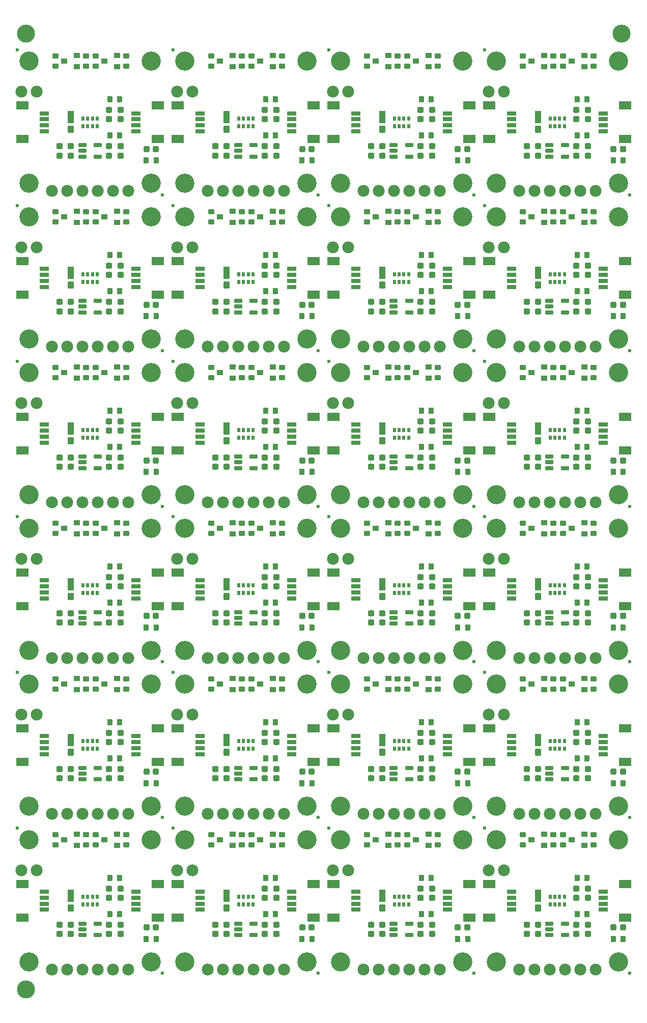
<source format=gts>
%TF.GenerationSoftware,KiCad,Pcbnew,9.0.0*%
%TF.CreationDate,2025-05-07T13:20:37-06:00*%
%TF.ProjectId,SparkFun_AS7343_Qwiic_panelized,53706172-6b46-4756-9e5f-415337333433,v10*%
%TF.SameCoordinates,Original*%
%TF.FileFunction,Soldermask,Top*%
%TF.FilePolarity,Negative*%
%FSLAX46Y46*%
G04 Gerber Fmt 4.6, Leading zero omitted, Abs format (unit mm)*
G04 Created by KiCad (PCBNEW 9.0.0) date 2025-05-07 13:20:37*
%MOMM*%
%LPD*%
G01*
G04 APERTURE LIST*
G04 Aperture macros list*
%AMRoundRect*
0 Rectangle with rounded corners*
0 $1 Rounding radius*
0 $2 $3 $4 $5 $6 $7 $8 $9 X,Y pos of 4 corners*
0 Add a 4 corners polygon primitive as box body*
4,1,4,$2,$3,$4,$5,$6,$7,$8,$9,$2,$3,0*
0 Add four circle primitives for the rounded corners*
1,1,$1+$1,$2,$3*
1,1,$1+$1,$4,$5*
1,1,$1+$1,$6,$7*
1,1,$1+$1,$8,$9*
0 Add four rect primitives between the rounded corners*
20,1,$1+$1,$2,$3,$4,$5,0*
20,1,$1+$1,$4,$5,$6,$7,0*
20,1,$1+$1,$6,$7,$8,$9,0*
20,1,$1+$1,$8,$9,$2,$3,0*%
%AMFreePoly0*
4,1,14,0.322855,0.279355,0.337500,0.244000,0.337500,-0.067100,0.322855,-0.102455,0.145955,-0.279355,0.110600,-0.294000,-0.287500,-0.294000,-0.322855,-0.279355,-0.337500,-0.244000,-0.337500,0.244000,-0.322855,0.279355,-0.287500,0.294000,0.287500,0.294000,0.322855,0.279355,0.322855,0.279355,$1*%
G04 Aperture macros list end*
%ADD10C,3.000000*%
%ADD11C,3.200000*%
%ADD12RoundRect,0.050000X0.450000X-0.400000X0.450000X0.400000X-0.450000X0.400000X-0.450000X-0.400000X0*%
%ADD13RoundRect,0.225000X0.300000X-0.225000X0.300000X0.225000X-0.300000X0.225000X-0.300000X-0.225000X0*%
%ADD14RoundRect,0.250000X-0.275000X0.250000X-0.275000X-0.250000X0.275000X-0.250000X0.275000X0.250000X0*%
%ADD15C,1.979600*%
%ADD16RoundRect,0.225000X-0.225000X-0.300000X0.225000X-0.300000X0.225000X0.300000X-0.225000X0.300000X0*%
%ADD17RoundRect,0.225000X-0.300000X0.225000X-0.300000X-0.225000X0.300000X-0.225000X0.300000X0.225000X0*%
%ADD18RoundRect,0.050000X-0.675000X0.300000X-0.675000X-0.300000X0.675000X-0.300000X0.675000X0.300000X0*%
%ADD19RoundRect,0.050000X-1.000000X0.600000X-1.000000X-0.600000X1.000000X-0.600000X1.000000X0.600000X0*%
%ADD20FreePoly0,270.000000*%
%ADD21RoundRect,0.050000X-0.244000X0.287500X-0.244000X-0.287500X0.244000X-0.287500X0.244000X0.287500X0*%
%ADD22C,0.600000*%
%ADD23RoundRect,0.050000X0.675000X-0.300000X0.675000X0.300000X-0.675000X0.300000X-0.675000X-0.300000X0*%
%ADD24RoundRect,0.050000X1.000000X-0.600000X1.000000X0.600000X-1.000000X0.600000X-1.000000X-0.600000X0*%
%ADD25RoundRect,0.050000X-0.600000X0.275000X-0.600000X-0.275000X0.600000X-0.275000X0.600000X0.275000X0*%
%ADD26RoundRect,0.243750X0.243750X0.281250X-0.243750X0.281250X-0.243750X-0.281250X0.243750X-0.281250X0*%
%ADD27RoundRect,0.101600X0.400000X0.950000X-0.400000X0.950000X-0.400000X-0.950000X0.400000X-0.950000X0*%
%ADD28RoundRect,0.101600X0.400000X0.500000X-0.400000X0.500000X-0.400000X-0.500000X0.400000X-0.500000X0*%
%ADD29RoundRect,0.225000X0.225000X0.300000X-0.225000X0.300000X-0.225000X-0.300000X0.225000X-0.300000X0*%
%ADD30RoundRect,0.250000X0.275000X-0.250000X0.275000X0.250000X-0.275000X0.250000X-0.275000X-0.250000X0*%
G04 APERTURE END LIST*
D10*
%TO.C,*%
X101100000Y156987500D03*
%TD*%
%TO.C,*%
X2000000Y156987500D03*
%TD*%
%TO.C,*%
X2000000Y-2087500D03*
%TD*%
D11*
%TO.C,ST4*%
X80240000Y132040000D03*
%TD*%
%TO.C,ST4*%
X80240000Y106140000D03*
%TD*%
%TO.C,ST4*%
X80240000Y80240000D03*
%TD*%
%TO.C,ST4*%
X80240000Y54340000D03*
%TD*%
%TO.C,ST4*%
X80240000Y28440000D03*
%TD*%
%TO.C,ST4*%
X80240000Y2540000D03*
%TD*%
%TO.C,ST4*%
X54340000Y132040000D03*
%TD*%
%TO.C,ST4*%
X54340000Y106140000D03*
%TD*%
%TO.C,ST4*%
X54340000Y80240000D03*
%TD*%
%TO.C,ST4*%
X54340000Y54340000D03*
%TD*%
%TO.C,ST4*%
X54340000Y28440000D03*
%TD*%
%TO.C,ST4*%
X54340000Y2540000D03*
%TD*%
%TO.C,ST4*%
X28440000Y132040000D03*
%TD*%
%TO.C,ST4*%
X28440000Y106140000D03*
%TD*%
%TO.C,ST4*%
X28440000Y80240000D03*
%TD*%
%TO.C,ST4*%
X28440000Y54340000D03*
%TD*%
%TO.C,ST4*%
X28440000Y28440000D03*
%TD*%
%TO.C,ST4*%
X28440000Y2540000D03*
%TD*%
%TO.C,ST4*%
X2540000Y132040000D03*
%TD*%
%TO.C,ST4*%
X2540000Y106140000D03*
%TD*%
%TO.C,ST4*%
X2540000Y80240000D03*
%TD*%
%TO.C,ST4*%
X2540000Y54340000D03*
%TD*%
%TO.C,ST4*%
X2540000Y28440000D03*
%TD*%
D12*
%TO.C,Q2*%
X88225000Y151410000D03*
X88225000Y153310000D03*
X86125000Y152360000D03*
%TD*%
%TO.C,Q2*%
X88225000Y125510000D03*
X88225000Y127410000D03*
X86125000Y126460000D03*
%TD*%
%TO.C,Q2*%
X88225000Y99610000D03*
X88225000Y101510000D03*
X86125000Y100560000D03*
%TD*%
%TO.C,Q2*%
X88225000Y73710000D03*
X88225000Y75610000D03*
X86125000Y74660000D03*
%TD*%
%TO.C,Q2*%
X88225000Y47810000D03*
X88225000Y49710000D03*
X86125000Y48760000D03*
%TD*%
%TO.C,Q2*%
X88225000Y21910000D03*
X88225000Y23810000D03*
X86125000Y22860000D03*
%TD*%
%TO.C,Q2*%
X62325000Y151410000D03*
X62325000Y153310000D03*
X60225000Y152360000D03*
%TD*%
%TO.C,Q2*%
X62325000Y125510000D03*
X62325000Y127410000D03*
X60225000Y126460000D03*
%TD*%
%TO.C,Q2*%
X62325000Y99610000D03*
X62325000Y101510000D03*
X60225000Y100560000D03*
%TD*%
%TO.C,Q2*%
X62325000Y73710000D03*
X62325000Y75610000D03*
X60225000Y74660000D03*
%TD*%
%TO.C,Q2*%
X62325000Y47810000D03*
X62325000Y49710000D03*
X60225000Y48760000D03*
%TD*%
%TO.C,Q2*%
X62325000Y21910000D03*
X62325000Y23810000D03*
X60225000Y22860000D03*
%TD*%
%TO.C,Q2*%
X36425000Y151410000D03*
X36425000Y153310000D03*
X34325000Y152360000D03*
%TD*%
%TO.C,Q2*%
X36425000Y125510000D03*
X36425000Y127410000D03*
X34325000Y126460000D03*
%TD*%
%TO.C,Q2*%
X36425000Y99610000D03*
X36425000Y101510000D03*
X34325000Y100560000D03*
%TD*%
%TO.C,Q2*%
X36425000Y73710000D03*
X36425000Y75610000D03*
X34325000Y74660000D03*
%TD*%
%TO.C,Q2*%
X36425000Y47810000D03*
X36425000Y49710000D03*
X34325000Y48760000D03*
%TD*%
%TO.C,Q2*%
X36425000Y21910000D03*
X36425000Y23810000D03*
X34325000Y22860000D03*
%TD*%
%TO.C,Q2*%
X10525000Y151410000D03*
X10525000Y153310000D03*
X8425000Y152360000D03*
%TD*%
%TO.C,Q2*%
X10525000Y125510000D03*
X10525000Y127410000D03*
X8425000Y126460000D03*
%TD*%
%TO.C,Q2*%
X10525000Y99610000D03*
X10525000Y101510000D03*
X8425000Y100560000D03*
%TD*%
%TO.C,Q2*%
X10525000Y73710000D03*
X10525000Y75610000D03*
X8425000Y74660000D03*
%TD*%
%TO.C,Q2*%
X10525000Y47810000D03*
X10525000Y49710000D03*
X8425000Y48760000D03*
%TD*%
D13*
%TO.C,R7*%
X89765000Y151535000D03*
X89765000Y153185000D03*
%TD*%
%TO.C,R7*%
X89765000Y125635000D03*
X89765000Y127285000D03*
%TD*%
%TO.C,R7*%
X89765000Y99735000D03*
X89765000Y101385000D03*
%TD*%
%TO.C,R7*%
X89765000Y73835000D03*
X89765000Y75485000D03*
%TD*%
%TO.C,R7*%
X89765000Y47935000D03*
X89765000Y49585000D03*
%TD*%
%TO.C,R7*%
X89765000Y22035000D03*
X89765000Y23685000D03*
%TD*%
%TO.C,R7*%
X63865000Y151535000D03*
X63865000Y153185000D03*
%TD*%
%TO.C,R7*%
X63865000Y125635000D03*
X63865000Y127285000D03*
%TD*%
%TO.C,R7*%
X63865000Y99735000D03*
X63865000Y101385000D03*
%TD*%
%TO.C,R7*%
X63865000Y73835000D03*
X63865000Y75485000D03*
%TD*%
%TO.C,R7*%
X63865000Y47935000D03*
X63865000Y49585000D03*
%TD*%
%TO.C,R7*%
X63865000Y22035000D03*
X63865000Y23685000D03*
%TD*%
%TO.C,R7*%
X37965000Y151535000D03*
X37965000Y153185000D03*
%TD*%
%TO.C,R7*%
X37965000Y125635000D03*
X37965000Y127285000D03*
%TD*%
%TO.C,R7*%
X37965000Y99735000D03*
X37965000Y101385000D03*
%TD*%
%TO.C,R7*%
X37965000Y73835000D03*
X37965000Y75485000D03*
%TD*%
%TO.C,R7*%
X37965000Y47935000D03*
X37965000Y49585000D03*
%TD*%
%TO.C,R7*%
X37965000Y22035000D03*
X37965000Y23685000D03*
%TD*%
%TO.C,R7*%
X12065000Y151535000D03*
X12065000Y153185000D03*
%TD*%
%TO.C,R7*%
X12065000Y125635000D03*
X12065000Y127285000D03*
%TD*%
%TO.C,R7*%
X12065000Y99735000D03*
X12065000Y101385000D03*
%TD*%
%TO.C,R7*%
X12065000Y73835000D03*
X12065000Y75485000D03*
%TD*%
%TO.C,R7*%
X12065000Y47935000D03*
X12065000Y49585000D03*
%TD*%
D14*
%TO.C,C5*%
X85320000Y138212500D03*
X85320000Y136662500D03*
%TD*%
%TO.C,C5*%
X85320000Y112312500D03*
X85320000Y110762500D03*
%TD*%
%TO.C,C5*%
X85320000Y86412500D03*
X85320000Y84862500D03*
%TD*%
%TO.C,C5*%
X85320000Y60512500D03*
X85320000Y58962500D03*
%TD*%
%TO.C,C5*%
X85320000Y34612500D03*
X85320000Y33062500D03*
%TD*%
%TO.C,C5*%
X85320000Y8712500D03*
X85320000Y7162500D03*
%TD*%
%TO.C,C5*%
X59420000Y138212500D03*
X59420000Y136662500D03*
%TD*%
%TO.C,C5*%
X59420000Y112312500D03*
X59420000Y110762500D03*
%TD*%
%TO.C,C5*%
X59420000Y86412500D03*
X59420000Y84862500D03*
%TD*%
%TO.C,C5*%
X59420000Y60512500D03*
X59420000Y58962500D03*
%TD*%
%TO.C,C5*%
X59420000Y34612500D03*
X59420000Y33062500D03*
%TD*%
%TO.C,C5*%
X59420000Y8712500D03*
X59420000Y7162500D03*
%TD*%
%TO.C,C5*%
X33520000Y138212500D03*
X33520000Y136662500D03*
%TD*%
%TO.C,C5*%
X33520000Y112312500D03*
X33520000Y110762500D03*
%TD*%
%TO.C,C5*%
X33520000Y86412500D03*
X33520000Y84862500D03*
%TD*%
%TO.C,C5*%
X33520000Y60512500D03*
X33520000Y58962500D03*
%TD*%
%TO.C,C5*%
X33520000Y34612500D03*
X33520000Y33062500D03*
%TD*%
%TO.C,C5*%
X33520000Y8712500D03*
X33520000Y7162500D03*
%TD*%
%TO.C,C5*%
X7620000Y138212500D03*
X7620000Y136662500D03*
%TD*%
%TO.C,C5*%
X7620000Y112312500D03*
X7620000Y110762500D03*
%TD*%
%TO.C,C5*%
X7620000Y86412500D03*
X7620000Y84862500D03*
%TD*%
%TO.C,C5*%
X7620000Y60512500D03*
X7620000Y58962500D03*
%TD*%
%TO.C,C5*%
X7620000Y34612500D03*
X7620000Y33062500D03*
%TD*%
D13*
%TO.C,R8*%
X96432500Y151535000D03*
X96432500Y153185000D03*
%TD*%
%TO.C,R8*%
X96432500Y125635000D03*
X96432500Y127285000D03*
%TD*%
%TO.C,R8*%
X96432500Y99735000D03*
X96432500Y101385000D03*
%TD*%
%TO.C,R8*%
X96432500Y73835000D03*
X96432500Y75485000D03*
%TD*%
%TO.C,R8*%
X96432500Y47935000D03*
X96432500Y49585000D03*
%TD*%
%TO.C,R8*%
X96432500Y22035000D03*
X96432500Y23685000D03*
%TD*%
%TO.C,R8*%
X70532500Y151535000D03*
X70532500Y153185000D03*
%TD*%
%TO.C,R8*%
X70532500Y125635000D03*
X70532500Y127285000D03*
%TD*%
%TO.C,R8*%
X70532500Y99735000D03*
X70532500Y101385000D03*
%TD*%
%TO.C,R8*%
X70532500Y73835000D03*
X70532500Y75485000D03*
%TD*%
%TO.C,R8*%
X70532500Y47935000D03*
X70532500Y49585000D03*
%TD*%
%TO.C,R8*%
X70532500Y22035000D03*
X70532500Y23685000D03*
%TD*%
%TO.C,R8*%
X44632500Y151535000D03*
X44632500Y153185000D03*
%TD*%
%TO.C,R8*%
X44632500Y125635000D03*
X44632500Y127285000D03*
%TD*%
%TO.C,R8*%
X44632500Y99735000D03*
X44632500Y101385000D03*
%TD*%
%TO.C,R8*%
X44632500Y73835000D03*
X44632500Y75485000D03*
%TD*%
%TO.C,R8*%
X44632500Y47935000D03*
X44632500Y49585000D03*
%TD*%
%TO.C,R8*%
X44632500Y22035000D03*
X44632500Y23685000D03*
%TD*%
%TO.C,R8*%
X18732500Y151535000D03*
X18732500Y153185000D03*
%TD*%
%TO.C,R8*%
X18732500Y125635000D03*
X18732500Y127285000D03*
%TD*%
%TO.C,R8*%
X18732500Y99735000D03*
X18732500Y101385000D03*
%TD*%
%TO.C,R8*%
X18732500Y73835000D03*
X18732500Y75485000D03*
%TD*%
%TO.C,R8*%
X18732500Y47935000D03*
X18732500Y49585000D03*
%TD*%
D15*
%TO.C,D3*%
X81510000Y147280000D03*
X78970000Y147280000D03*
%TD*%
%TO.C,D3*%
X81510000Y121380000D03*
X78970000Y121380000D03*
%TD*%
%TO.C,D3*%
X81510000Y95480000D03*
X78970000Y95480000D03*
%TD*%
%TO.C,D3*%
X81510000Y69580000D03*
X78970000Y69580000D03*
%TD*%
%TO.C,D3*%
X81510000Y43680000D03*
X78970000Y43680000D03*
%TD*%
%TO.C,D3*%
X81510000Y17780000D03*
X78970000Y17780000D03*
%TD*%
%TO.C,D3*%
X55610000Y147280000D03*
X53070000Y147280000D03*
%TD*%
%TO.C,D3*%
X55610000Y121380000D03*
X53070000Y121380000D03*
%TD*%
%TO.C,D3*%
X55610000Y95480000D03*
X53070000Y95480000D03*
%TD*%
%TO.C,D3*%
X55610000Y69580000D03*
X53070000Y69580000D03*
%TD*%
%TO.C,D3*%
X55610000Y43680000D03*
X53070000Y43680000D03*
%TD*%
%TO.C,D3*%
X55610000Y17780000D03*
X53070000Y17780000D03*
%TD*%
%TO.C,D3*%
X29710000Y147280000D03*
X27170000Y147280000D03*
%TD*%
%TO.C,D3*%
X29710000Y121380000D03*
X27170000Y121380000D03*
%TD*%
%TO.C,D3*%
X29710000Y95480000D03*
X27170000Y95480000D03*
%TD*%
%TO.C,D3*%
X29710000Y69580000D03*
X27170000Y69580000D03*
%TD*%
%TO.C,D3*%
X29710000Y43680000D03*
X27170000Y43680000D03*
%TD*%
%TO.C,D3*%
X29710000Y17780000D03*
X27170000Y17780000D03*
%TD*%
%TO.C,D3*%
X3810000Y147280000D03*
X1270000Y147280000D03*
%TD*%
%TO.C,D3*%
X3810000Y121380000D03*
X1270000Y121380000D03*
%TD*%
%TO.C,D3*%
X3810000Y95480000D03*
X1270000Y95480000D03*
%TD*%
%TO.C,D3*%
X3810000Y69580000D03*
X1270000Y69580000D03*
%TD*%
%TO.C,D3*%
X3810000Y43680000D03*
X1270000Y43680000D03*
%TD*%
D11*
%TO.C,ST1*%
X80240000Y152360000D03*
%TD*%
%TO.C,ST1*%
X80240000Y126460000D03*
%TD*%
%TO.C,ST1*%
X80240000Y100560000D03*
%TD*%
%TO.C,ST1*%
X80240000Y74660000D03*
%TD*%
%TO.C,ST1*%
X80240000Y48760000D03*
%TD*%
%TO.C,ST1*%
X80240000Y22860000D03*
%TD*%
%TO.C,ST1*%
X54340000Y152360000D03*
%TD*%
%TO.C,ST1*%
X54340000Y126460000D03*
%TD*%
%TO.C,ST1*%
X54340000Y100560000D03*
%TD*%
%TO.C,ST1*%
X54340000Y74660000D03*
%TD*%
%TO.C,ST1*%
X54340000Y48760000D03*
%TD*%
%TO.C,ST1*%
X54340000Y22860000D03*
%TD*%
%TO.C,ST1*%
X28440000Y152360000D03*
%TD*%
%TO.C,ST1*%
X28440000Y126460000D03*
%TD*%
%TO.C,ST1*%
X28440000Y100560000D03*
%TD*%
%TO.C,ST1*%
X28440000Y74660000D03*
%TD*%
%TO.C,ST1*%
X28440000Y48760000D03*
%TD*%
%TO.C,ST1*%
X28440000Y22860000D03*
%TD*%
%TO.C,ST1*%
X2540000Y152360000D03*
%TD*%
%TO.C,ST1*%
X2540000Y126460000D03*
%TD*%
%TO.C,ST1*%
X2540000Y100560000D03*
%TD*%
%TO.C,ST1*%
X2540000Y74660000D03*
%TD*%
%TO.C,ST1*%
X2540000Y48760000D03*
%TD*%
D14*
%TO.C,C1*%
X93575000Y138212500D03*
X93575000Y136662500D03*
%TD*%
%TO.C,C1*%
X93575000Y112312500D03*
X93575000Y110762500D03*
%TD*%
%TO.C,C1*%
X93575000Y86412500D03*
X93575000Y84862500D03*
%TD*%
%TO.C,C1*%
X93575000Y60512500D03*
X93575000Y58962500D03*
%TD*%
%TO.C,C1*%
X93575000Y34612500D03*
X93575000Y33062500D03*
%TD*%
%TO.C,C1*%
X93575000Y8712500D03*
X93575000Y7162500D03*
%TD*%
%TO.C,C1*%
X67675000Y138212500D03*
X67675000Y136662500D03*
%TD*%
%TO.C,C1*%
X67675000Y112312500D03*
X67675000Y110762500D03*
%TD*%
%TO.C,C1*%
X67675000Y86412500D03*
X67675000Y84862500D03*
%TD*%
%TO.C,C1*%
X67675000Y60512500D03*
X67675000Y58962500D03*
%TD*%
%TO.C,C1*%
X67675000Y34612500D03*
X67675000Y33062500D03*
%TD*%
%TO.C,C1*%
X67675000Y8712500D03*
X67675000Y7162500D03*
%TD*%
%TO.C,C1*%
X41775000Y138212500D03*
X41775000Y136662500D03*
%TD*%
%TO.C,C1*%
X41775000Y112312500D03*
X41775000Y110762500D03*
%TD*%
%TO.C,C1*%
X41775000Y86412500D03*
X41775000Y84862500D03*
%TD*%
%TO.C,C1*%
X41775000Y60512500D03*
X41775000Y58962500D03*
%TD*%
%TO.C,C1*%
X41775000Y34612500D03*
X41775000Y33062500D03*
%TD*%
%TO.C,C1*%
X41775000Y8712500D03*
X41775000Y7162500D03*
%TD*%
%TO.C,C1*%
X15875000Y138212500D03*
X15875000Y136662500D03*
%TD*%
%TO.C,C1*%
X15875000Y112312500D03*
X15875000Y110762500D03*
%TD*%
%TO.C,C1*%
X15875000Y86412500D03*
X15875000Y84862500D03*
%TD*%
%TO.C,C1*%
X15875000Y60512500D03*
X15875000Y58962500D03*
%TD*%
%TO.C,C1*%
X15875000Y34612500D03*
X15875000Y33062500D03*
%TD*%
D11*
%TO.C,ST2*%
X100560000Y152360000D03*
%TD*%
%TO.C,ST2*%
X100560000Y126460000D03*
%TD*%
%TO.C,ST2*%
X100560000Y100560000D03*
%TD*%
%TO.C,ST2*%
X100560000Y74660000D03*
%TD*%
%TO.C,ST2*%
X100560000Y48760000D03*
%TD*%
%TO.C,ST2*%
X100560000Y22860000D03*
%TD*%
%TO.C,ST2*%
X74660000Y152360000D03*
%TD*%
%TO.C,ST2*%
X74660000Y126460000D03*
%TD*%
%TO.C,ST2*%
X74660000Y100560000D03*
%TD*%
%TO.C,ST2*%
X74660000Y74660000D03*
%TD*%
%TO.C,ST2*%
X74660000Y48760000D03*
%TD*%
%TO.C,ST2*%
X74660000Y22860000D03*
%TD*%
%TO.C,ST2*%
X48760000Y152360000D03*
%TD*%
%TO.C,ST2*%
X48760000Y126460000D03*
%TD*%
%TO.C,ST2*%
X48760000Y100560000D03*
%TD*%
%TO.C,ST2*%
X48760000Y74660000D03*
%TD*%
%TO.C,ST2*%
X48760000Y48760000D03*
%TD*%
%TO.C,ST2*%
X48760000Y22860000D03*
%TD*%
%TO.C,ST2*%
X22860000Y152360000D03*
%TD*%
%TO.C,ST2*%
X22860000Y126460000D03*
%TD*%
%TO.C,ST2*%
X22860000Y100560000D03*
%TD*%
%TO.C,ST2*%
X22860000Y74660000D03*
%TD*%
%TO.C,ST2*%
X22860000Y48760000D03*
%TD*%
D13*
%TO.C,R4*%
X84685000Y151535000D03*
X84685000Y153185000D03*
%TD*%
%TO.C,R4*%
X84685000Y125635000D03*
X84685000Y127285000D03*
%TD*%
%TO.C,R4*%
X84685000Y99735000D03*
X84685000Y101385000D03*
%TD*%
%TO.C,R4*%
X84685000Y73835000D03*
X84685000Y75485000D03*
%TD*%
%TO.C,R4*%
X84685000Y47935000D03*
X84685000Y49585000D03*
%TD*%
%TO.C,R4*%
X84685000Y22035000D03*
X84685000Y23685000D03*
%TD*%
%TO.C,R4*%
X58785000Y151535000D03*
X58785000Y153185000D03*
%TD*%
%TO.C,R4*%
X58785000Y125635000D03*
X58785000Y127285000D03*
%TD*%
%TO.C,R4*%
X58785000Y99735000D03*
X58785000Y101385000D03*
%TD*%
%TO.C,R4*%
X58785000Y73835000D03*
X58785000Y75485000D03*
%TD*%
%TO.C,R4*%
X58785000Y47935000D03*
X58785000Y49585000D03*
%TD*%
%TO.C,R4*%
X58785000Y22035000D03*
X58785000Y23685000D03*
%TD*%
%TO.C,R4*%
X32885000Y151535000D03*
X32885000Y153185000D03*
%TD*%
%TO.C,R4*%
X32885000Y125635000D03*
X32885000Y127285000D03*
%TD*%
%TO.C,R4*%
X32885000Y99735000D03*
X32885000Y101385000D03*
%TD*%
%TO.C,R4*%
X32885000Y73835000D03*
X32885000Y75485000D03*
%TD*%
%TO.C,R4*%
X32885000Y47935000D03*
X32885000Y49585000D03*
%TD*%
%TO.C,R4*%
X32885000Y22035000D03*
X32885000Y23685000D03*
%TD*%
%TO.C,R4*%
X6985000Y151535000D03*
X6985000Y153185000D03*
%TD*%
%TO.C,R4*%
X6985000Y125635000D03*
X6985000Y127285000D03*
%TD*%
%TO.C,R4*%
X6985000Y99735000D03*
X6985000Y101385000D03*
%TD*%
%TO.C,R4*%
X6985000Y73835000D03*
X6985000Y75485000D03*
%TD*%
%TO.C,R4*%
X6985000Y47935000D03*
X6985000Y49585000D03*
%TD*%
D16*
%TO.C,R3*%
X99735000Y135850000D03*
X101385000Y135850000D03*
%TD*%
%TO.C,R3*%
X99735000Y109950000D03*
X101385000Y109950000D03*
%TD*%
%TO.C,R3*%
X99735000Y84050000D03*
X101385000Y84050000D03*
%TD*%
%TO.C,R3*%
X99735000Y58150000D03*
X101385000Y58150000D03*
%TD*%
%TO.C,R3*%
X99735000Y32250000D03*
X101385000Y32250000D03*
%TD*%
%TO.C,R3*%
X99735000Y6350000D03*
X101385000Y6350000D03*
%TD*%
%TO.C,R3*%
X73835000Y135850000D03*
X75485000Y135850000D03*
%TD*%
%TO.C,R3*%
X73835000Y109950000D03*
X75485000Y109950000D03*
%TD*%
%TO.C,R3*%
X73835000Y84050000D03*
X75485000Y84050000D03*
%TD*%
%TO.C,R3*%
X73835000Y58150000D03*
X75485000Y58150000D03*
%TD*%
%TO.C,R3*%
X73835000Y32250000D03*
X75485000Y32250000D03*
%TD*%
%TO.C,R3*%
X73835000Y6350000D03*
X75485000Y6350000D03*
%TD*%
%TO.C,R3*%
X47935000Y135850000D03*
X49585000Y135850000D03*
%TD*%
%TO.C,R3*%
X47935000Y109950000D03*
X49585000Y109950000D03*
%TD*%
%TO.C,R3*%
X47935000Y84050000D03*
X49585000Y84050000D03*
%TD*%
%TO.C,R3*%
X47935000Y58150000D03*
X49585000Y58150000D03*
%TD*%
%TO.C,R3*%
X47935000Y32250000D03*
X49585000Y32250000D03*
%TD*%
%TO.C,R3*%
X47935000Y6350000D03*
X49585000Y6350000D03*
%TD*%
%TO.C,R3*%
X22035000Y135850000D03*
X23685000Y135850000D03*
%TD*%
%TO.C,R3*%
X22035000Y109950000D03*
X23685000Y109950000D03*
%TD*%
%TO.C,R3*%
X22035000Y84050000D03*
X23685000Y84050000D03*
%TD*%
%TO.C,R3*%
X22035000Y58150000D03*
X23685000Y58150000D03*
%TD*%
%TO.C,R3*%
X22035000Y32250000D03*
X23685000Y32250000D03*
%TD*%
D14*
%TO.C,C2*%
X87225000Y138212500D03*
X87225000Y136662500D03*
%TD*%
%TO.C,C2*%
X87225000Y112312500D03*
X87225000Y110762500D03*
%TD*%
%TO.C,C2*%
X87225000Y86412500D03*
X87225000Y84862500D03*
%TD*%
%TO.C,C2*%
X87225000Y60512500D03*
X87225000Y58962500D03*
%TD*%
%TO.C,C2*%
X87225000Y34612500D03*
X87225000Y33062500D03*
%TD*%
%TO.C,C2*%
X87225000Y8712500D03*
X87225000Y7162500D03*
%TD*%
%TO.C,C2*%
X61325000Y138212500D03*
X61325000Y136662500D03*
%TD*%
%TO.C,C2*%
X61325000Y112312500D03*
X61325000Y110762500D03*
%TD*%
%TO.C,C2*%
X61325000Y86412500D03*
X61325000Y84862500D03*
%TD*%
%TO.C,C2*%
X61325000Y60512500D03*
X61325000Y58962500D03*
%TD*%
%TO.C,C2*%
X61325000Y34612500D03*
X61325000Y33062500D03*
%TD*%
%TO.C,C2*%
X61325000Y8712500D03*
X61325000Y7162500D03*
%TD*%
%TO.C,C2*%
X35425000Y138212500D03*
X35425000Y136662500D03*
%TD*%
%TO.C,C2*%
X35425000Y112312500D03*
X35425000Y110762500D03*
%TD*%
%TO.C,C2*%
X35425000Y86412500D03*
X35425000Y84862500D03*
%TD*%
%TO.C,C2*%
X35425000Y60512500D03*
X35425000Y58962500D03*
%TD*%
%TO.C,C2*%
X35425000Y34612500D03*
X35425000Y33062500D03*
%TD*%
%TO.C,C2*%
X35425000Y8712500D03*
X35425000Y7162500D03*
%TD*%
%TO.C,C2*%
X9525000Y138212500D03*
X9525000Y136662500D03*
%TD*%
%TO.C,C2*%
X9525000Y112312500D03*
X9525000Y110762500D03*
%TD*%
%TO.C,C2*%
X9525000Y86412500D03*
X9525000Y84862500D03*
%TD*%
%TO.C,C2*%
X9525000Y60512500D03*
X9525000Y58962500D03*
%TD*%
%TO.C,C2*%
X9525000Y34612500D03*
X9525000Y33062500D03*
%TD*%
D17*
%TO.C,R5*%
X91352500Y153185000D03*
X91352500Y151535000D03*
%TD*%
%TO.C,R5*%
X91352500Y127285000D03*
X91352500Y125635000D03*
%TD*%
%TO.C,R5*%
X91352500Y101385000D03*
X91352500Y99735000D03*
%TD*%
%TO.C,R5*%
X91352500Y75485000D03*
X91352500Y73835000D03*
%TD*%
%TO.C,R5*%
X91352500Y49585000D03*
X91352500Y47935000D03*
%TD*%
%TO.C,R5*%
X91352500Y23685000D03*
X91352500Y22035000D03*
%TD*%
%TO.C,R5*%
X65452500Y153185000D03*
X65452500Y151535000D03*
%TD*%
%TO.C,R5*%
X65452500Y127285000D03*
X65452500Y125635000D03*
%TD*%
%TO.C,R5*%
X65452500Y101385000D03*
X65452500Y99735000D03*
%TD*%
%TO.C,R5*%
X65452500Y75485000D03*
X65452500Y73835000D03*
%TD*%
%TO.C,R5*%
X65452500Y49585000D03*
X65452500Y47935000D03*
%TD*%
%TO.C,R5*%
X65452500Y23685000D03*
X65452500Y22035000D03*
%TD*%
%TO.C,R5*%
X39552500Y153185000D03*
X39552500Y151535000D03*
%TD*%
%TO.C,R5*%
X39552500Y127285000D03*
X39552500Y125635000D03*
%TD*%
%TO.C,R5*%
X39552500Y101385000D03*
X39552500Y99735000D03*
%TD*%
%TO.C,R5*%
X39552500Y75485000D03*
X39552500Y73835000D03*
%TD*%
%TO.C,R5*%
X39552500Y49585000D03*
X39552500Y47935000D03*
%TD*%
%TO.C,R5*%
X39552500Y23685000D03*
X39552500Y22035000D03*
%TD*%
%TO.C,R5*%
X13652500Y153185000D03*
X13652500Y151535000D03*
%TD*%
%TO.C,R5*%
X13652500Y127285000D03*
X13652500Y125635000D03*
%TD*%
%TO.C,R5*%
X13652500Y101385000D03*
X13652500Y99735000D03*
%TD*%
%TO.C,R5*%
X13652500Y75485000D03*
X13652500Y73835000D03*
%TD*%
%TO.C,R5*%
X13652500Y49585000D03*
X13652500Y47935000D03*
%TD*%
D12*
%TO.C,Q1*%
X94892500Y151410000D03*
X94892500Y153310000D03*
X92792500Y152360000D03*
%TD*%
%TO.C,Q1*%
X94892500Y125510000D03*
X94892500Y127410000D03*
X92792500Y126460000D03*
%TD*%
%TO.C,Q1*%
X94892500Y99610000D03*
X94892500Y101510000D03*
X92792500Y100560000D03*
%TD*%
%TO.C,Q1*%
X94892500Y73710000D03*
X94892500Y75610000D03*
X92792500Y74660000D03*
%TD*%
%TO.C,Q1*%
X94892500Y47810000D03*
X94892500Y49710000D03*
X92792500Y48760000D03*
%TD*%
%TO.C,Q1*%
X94892500Y21910000D03*
X94892500Y23810000D03*
X92792500Y22860000D03*
%TD*%
%TO.C,Q1*%
X68992500Y151410000D03*
X68992500Y153310000D03*
X66892500Y152360000D03*
%TD*%
%TO.C,Q1*%
X68992500Y125510000D03*
X68992500Y127410000D03*
X66892500Y126460000D03*
%TD*%
%TO.C,Q1*%
X68992500Y99610000D03*
X68992500Y101510000D03*
X66892500Y100560000D03*
%TD*%
%TO.C,Q1*%
X68992500Y73710000D03*
X68992500Y75610000D03*
X66892500Y74660000D03*
%TD*%
%TO.C,Q1*%
X68992500Y47810000D03*
X68992500Y49710000D03*
X66892500Y48760000D03*
%TD*%
%TO.C,Q1*%
X68992500Y21910000D03*
X68992500Y23810000D03*
X66892500Y22860000D03*
%TD*%
%TO.C,Q1*%
X43092500Y151410000D03*
X43092500Y153310000D03*
X40992500Y152360000D03*
%TD*%
%TO.C,Q1*%
X43092500Y125510000D03*
X43092500Y127410000D03*
X40992500Y126460000D03*
%TD*%
%TO.C,Q1*%
X43092500Y99610000D03*
X43092500Y101510000D03*
X40992500Y100560000D03*
%TD*%
%TO.C,Q1*%
X43092500Y73710000D03*
X43092500Y75610000D03*
X40992500Y74660000D03*
%TD*%
%TO.C,Q1*%
X43092500Y47810000D03*
X43092500Y49710000D03*
X40992500Y48760000D03*
%TD*%
%TO.C,Q1*%
X43092500Y21910000D03*
X43092500Y23810000D03*
X40992500Y22860000D03*
%TD*%
%TO.C,Q1*%
X17192500Y151410000D03*
X17192500Y153310000D03*
X15092500Y152360000D03*
%TD*%
%TO.C,Q1*%
X17192500Y125510000D03*
X17192500Y127410000D03*
X15092500Y126460000D03*
%TD*%
%TO.C,Q1*%
X17192500Y99610000D03*
X17192500Y101510000D03*
X15092500Y100560000D03*
%TD*%
%TO.C,Q1*%
X17192500Y73710000D03*
X17192500Y75610000D03*
X15092500Y74660000D03*
%TD*%
%TO.C,Q1*%
X17192500Y47810000D03*
X17192500Y49710000D03*
X15092500Y48760000D03*
%TD*%
D18*
%TO.C,J2*%
X82780000Y143700000D03*
X82780000Y142700000D03*
X82780000Y141700000D03*
X82780000Y140700000D03*
D19*
X79105000Y139400000D03*
X79105000Y145000000D03*
%TD*%
D18*
%TO.C,J2*%
X82780000Y117800000D03*
X82780000Y116800000D03*
X82780000Y115800000D03*
X82780000Y114800000D03*
D19*
X79105000Y113500000D03*
X79105000Y119100000D03*
%TD*%
D18*
%TO.C,J2*%
X82780000Y91900000D03*
X82780000Y90900000D03*
X82780000Y89900000D03*
X82780000Y88900000D03*
D19*
X79105000Y87600000D03*
X79105000Y93200000D03*
%TD*%
D18*
%TO.C,J2*%
X82780000Y66000000D03*
X82780000Y65000000D03*
X82780000Y64000000D03*
X82780000Y63000000D03*
D19*
X79105000Y61700000D03*
X79105000Y67300000D03*
%TD*%
D18*
%TO.C,J2*%
X82780000Y40100000D03*
X82780000Y39100000D03*
X82780000Y38100000D03*
X82780000Y37100000D03*
D19*
X79105000Y35800000D03*
X79105000Y41400000D03*
%TD*%
D18*
%TO.C,J2*%
X82780000Y14200000D03*
X82780000Y13200000D03*
X82780000Y12200000D03*
X82780000Y11200000D03*
D19*
X79105000Y9900000D03*
X79105000Y15500000D03*
%TD*%
D18*
%TO.C,J2*%
X56880000Y143700000D03*
X56880000Y142700000D03*
X56880000Y141700000D03*
X56880000Y140700000D03*
D19*
X53205000Y139400000D03*
X53205000Y145000000D03*
%TD*%
D18*
%TO.C,J2*%
X56880000Y117800000D03*
X56880000Y116800000D03*
X56880000Y115800000D03*
X56880000Y114800000D03*
D19*
X53205000Y113500000D03*
X53205000Y119100000D03*
%TD*%
D18*
%TO.C,J2*%
X56880000Y91900000D03*
X56880000Y90900000D03*
X56880000Y89900000D03*
X56880000Y88900000D03*
D19*
X53205000Y87600000D03*
X53205000Y93200000D03*
%TD*%
D18*
%TO.C,J2*%
X56880000Y66000000D03*
X56880000Y65000000D03*
X56880000Y64000000D03*
X56880000Y63000000D03*
D19*
X53205000Y61700000D03*
X53205000Y67300000D03*
%TD*%
D18*
%TO.C,J2*%
X56880000Y40100000D03*
X56880000Y39100000D03*
X56880000Y38100000D03*
X56880000Y37100000D03*
D19*
X53205000Y35800000D03*
X53205000Y41400000D03*
%TD*%
D18*
%TO.C,J2*%
X56880000Y14200000D03*
X56880000Y13200000D03*
X56880000Y12200000D03*
X56880000Y11200000D03*
D19*
X53205000Y9900000D03*
X53205000Y15500000D03*
%TD*%
D18*
%TO.C,J2*%
X30980000Y143700000D03*
X30980000Y142700000D03*
X30980000Y141700000D03*
X30980000Y140700000D03*
D19*
X27305000Y139400000D03*
X27305000Y145000000D03*
%TD*%
D18*
%TO.C,J2*%
X30980000Y117800000D03*
X30980000Y116800000D03*
X30980000Y115800000D03*
X30980000Y114800000D03*
D19*
X27305000Y113500000D03*
X27305000Y119100000D03*
%TD*%
D18*
%TO.C,J2*%
X30980000Y91900000D03*
X30980000Y90900000D03*
X30980000Y89900000D03*
X30980000Y88900000D03*
D19*
X27305000Y87600000D03*
X27305000Y93200000D03*
%TD*%
D18*
%TO.C,J2*%
X30980000Y66000000D03*
X30980000Y65000000D03*
X30980000Y64000000D03*
X30980000Y63000000D03*
D19*
X27305000Y61700000D03*
X27305000Y67300000D03*
%TD*%
D18*
%TO.C,J2*%
X30980000Y40100000D03*
X30980000Y39100000D03*
X30980000Y38100000D03*
X30980000Y37100000D03*
D19*
X27305000Y35800000D03*
X27305000Y41400000D03*
%TD*%
D18*
%TO.C,J2*%
X30980000Y14200000D03*
X30980000Y13200000D03*
X30980000Y12200000D03*
X30980000Y11200000D03*
D19*
X27305000Y9900000D03*
X27305000Y15500000D03*
%TD*%
D18*
%TO.C,J2*%
X5080000Y143700000D03*
X5080000Y142700000D03*
X5080000Y141700000D03*
X5080000Y140700000D03*
D19*
X1405000Y139400000D03*
X1405000Y145000000D03*
%TD*%
D18*
%TO.C,J2*%
X5080000Y117800000D03*
X5080000Y116800000D03*
X5080000Y115800000D03*
X5080000Y114800000D03*
D19*
X1405000Y113500000D03*
X1405000Y119100000D03*
%TD*%
D18*
%TO.C,J2*%
X5080000Y91900000D03*
X5080000Y90900000D03*
X5080000Y89900000D03*
X5080000Y88900000D03*
D19*
X1405000Y87600000D03*
X1405000Y93200000D03*
%TD*%
D18*
%TO.C,J2*%
X5080000Y66000000D03*
X5080000Y65000000D03*
X5080000Y64000000D03*
X5080000Y63000000D03*
D19*
X1405000Y61700000D03*
X1405000Y67300000D03*
%TD*%
D18*
%TO.C,J2*%
X5080000Y40100000D03*
X5080000Y39100000D03*
X5080000Y38100000D03*
X5080000Y37100000D03*
D19*
X1405000Y35800000D03*
X1405000Y41400000D03*
%TD*%
D20*
%TO.C,U2*%
X91600000Y142838000D03*
D21*
X90800000Y142838000D03*
X90000000Y142838000D03*
X89200000Y142838000D03*
X89200000Y141562000D03*
X90000000Y141562000D03*
X90800000Y141562000D03*
X91600000Y141562000D03*
%TD*%
D20*
%TO.C,U2*%
X91600000Y116938000D03*
D21*
X90800000Y116938000D03*
X90000000Y116938000D03*
X89200000Y116938000D03*
X89200000Y115662000D03*
X90000000Y115662000D03*
X90800000Y115662000D03*
X91600000Y115662000D03*
%TD*%
D20*
%TO.C,U2*%
X91600000Y91038000D03*
D21*
X90800000Y91038000D03*
X90000000Y91038000D03*
X89200000Y91038000D03*
X89200000Y89762000D03*
X90000000Y89762000D03*
X90800000Y89762000D03*
X91600000Y89762000D03*
%TD*%
D20*
%TO.C,U2*%
X91600000Y65138000D03*
D21*
X90800000Y65138000D03*
X90000000Y65138000D03*
X89200000Y65138000D03*
X89200000Y63862000D03*
X90000000Y63862000D03*
X90800000Y63862000D03*
X91600000Y63862000D03*
%TD*%
D20*
%TO.C,U2*%
X91600000Y39238000D03*
D21*
X90800000Y39238000D03*
X90000000Y39238000D03*
X89200000Y39238000D03*
X89200000Y37962000D03*
X90000000Y37962000D03*
X90800000Y37962000D03*
X91600000Y37962000D03*
%TD*%
D20*
%TO.C,U2*%
X91600000Y13338000D03*
D21*
X90800000Y13338000D03*
X90000000Y13338000D03*
X89200000Y13338000D03*
X89200000Y12062000D03*
X90000000Y12062000D03*
X90800000Y12062000D03*
X91600000Y12062000D03*
%TD*%
D20*
%TO.C,U2*%
X65700000Y142838000D03*
D21*
X64900000Y142838000D03*
X64100000Y142838000D03*
X63300000Y142838000D03*
X63300000Y141562000D03*
X64100000Y141562000D03*
X64900000Y141562000D03*
X65700000Y141562000D03*
%TD*%
D20*
%TO.C,U2*%
X65700000Y116938000D03*
D21*
X64900000Y116938000D03*
X64100000Y116938000D03*
X63300000Y116938000D03*
X63300000Y115662000D03*
X64100000Y115662000D03*
X64900000Y115662000D03*
X65700000Y115662000D03*
%TD*%
D20*
%TO.C,U2*%
X65700000Y91038000D03*
D21*
X64900000Y91038000D03*
X64100000Y91038000D03*
X63300000Y91038000D03*
X63300000Y89762000D03*
X64100000Y89762000D03*
X64900000Y89762000D03*
X65700000Y89762000D03*
%TD*%
D20*
%TO.C,U2*%
X65700000Y65138000D03*
D21*
X64900000Y65138000D03*
X64100000Y65138000D03*
X63300000Y65138000D03*
X63300000Y63862000D03*
X64100000Y63862000D03*
X64900000Y63862000D03*
X65700000Y63862000D03*
%TD*%
D20*
%TO.C,U2*%
X65700000Y39238000D03*
D21*
X64900000Y39238000D03*
X64100000Y39238000D03*
X63300000Y39238000D03*
X63300000Y37962000D03*
X64100000Y37962000D03*
X64900000Y37962000D03*
X65700000Y37962000D03*
%TD*%
D20*
%TO.C,U2*%
X65700000Y13338000D03*
D21*
X64900000Y13338000D03*
X64100000Y13338000D03*
X63300000Y13338000D03*
X63300000Y12062000D03*
X64100000Y12062000D03*
X64900000Y12062000D03*
X65700000Y12062000D03*
%TD*%
D20*
%TO.C,U2*%
X39800000Y142838000D03*
D21*
X39000000Y142838000D03*
X38200000Y142838000D03*
X37400000Y142838000D03*
X37400000Y141562000D03*
X38200000Y141562000D03*
X39000000Y141562000D03*
X39800000Y141562000D03*
%TD*%
D20*
%TO.C,U2*%
X39800000Y116938000D03*
D21*
X39000000Y116938000D03*
X38200000Y116938000D03*
X37400000Y116938000D03*
X37400000Y115662000D03*
X38200000Y115662000D03*
X39000000Y115662000D03*
X39800000Y115662000D03*
%TD*%
D20*
%TO.C,U2*%
X39800000Y91038000D03*
D21*
X39000000Y91038000D03*
X38200000Y91038000D03*
X37400000Y91038000D03*
X37400000Y89762000D03*
X38200000Y89762000D03*
X39000000Y89762000D03*
X39800000Y89762000D03*
%TD*%
D20*
%TO.C,U2*%
X39800000Y65138000D03*
D21*
X39000000Y65138000D03*
X38200000Y65138000D03*
X37400000Y65138000D03*
X37400000Y63862000D03*
X38200000Y63862000D03*
X39000000Y63862000D03*
X39800000Y63862000D03*
%TD*%
D20*
%TO.C,U2*%
X39800000Y39238000D03*
D21*
X39000000Y39238000D03*
X38200000Y39238000D03*
X37400000Y39238000D03*
X37400000Y37962000D03*
X38200000Y37962000D03*
X39000000Y37962000D03*
X39800000Y37962000D03*
%TD*%
D20*
%TO.C,U2*%
X39800000Y13338000D03*
D21*
X39000000Y13338000D03*
X38200000Y13338000D03*
X37400000Y13338000D03*
X37400000Y12062000D03*
X38200000Y12062000D03*
X39000000Y12062000D03*
X39800000Y12062000D03*
%TD*%
D20*
%TO.C,U2*%
X13900000Y142838000D03*
D21*
X13100000Y142838000D03*
X12300000Y142838000D03*
X11500000Y142838000D03*
X11500000Y141562000D03*
X12300000Y141562000D03*
X13100000Y141562000D03*
X13900000Y141562000D03*
%TD*%
D20*
%TO.C,U2*%
X13900000Y116938000D03*
D21*
X13100000Y116938000D03*
X12300000Y116938000D03*
X11500000Y116938000D03*
X11500000Y115662000D03*
X12300000Y115662000D03*
X13100000Y115662000D03*
X13900000Y115662000D03*
%TD*%
D20*
%TO.C,U2*%
X13900000Y91038000D03*
D21*
X13100000Y91038000D03*
X12300000Y91038000D03*
X11500000Y91038000D03*
X11500000Y89762000D03*
X12300000Y89762000D03*
X13100000Y89762000D03*
X13900000Y89762000D03*
%TD*%
D20*
%TO.C,U2*%
X13900000Y65138000D03*
D21*
X13100000Y65138000D03*
X12300000Y65138000D03*
X11500000Y65138000D03*
X11500000Y63862000D03*
X12300000Y63862000D03*
X13100000Y63862000D03*
X13900000Y63862000D03*
%TD*%
D20*
%TO.C,U2*%
X13900000Y39238000D03*
D21*
X13100000Y39238000D03*
X12300000Y39238000D03*
X11500000Y39238000D03*
X11500000Y37962000D03*
X12300000Y37962000D03*
X13100000Y37962000D03*
X13900000Y37962000D03*
%TD*%
D22*
%TO.C,FID4*%
X102465000Y130135000D03*
%TD*%
%TO.C,FID4*%
X102465000Y104235000D03*
%TD*%
%TO.C,FID4*%
X102465000Y78335000D03*
%TD*%
%TO.C,FID4*%
X102465000Y52435000D03*
%TD*%
%TO.C,FID4*%
X102465000Y26535000D03*
%TD*%
%TO.C,FID4*%
X102465000Y635000D03*
%TD*%
%TO.C,FID4*%
X76565000Y130135000D03*
%TD*%
%TO.C,FID4*%
X76565000Y104235000D03*
%TD*%
%TO.C,FID4*%
X76565000Y78335000D03*
%TD*%
%TO.C,FID4*%
X76565000Y52435000D03*
%TD*%
%TO.C,FID4*%
X76565000Y26535000D03*
%TD*%
%TO.C,FID4*%
X76565000Y635000D03*
%TD*%
%TO.C,FID4*%
X50665000Y130135000D03*
%TD*%
%TO.C,FID4*%
X50665000Y104235000D03*
%TD*%
%TO.C,FID4*%
X50665000Y78335000D03*
%TD*%
%TO.C,FID4*%
X50665000Y52435000D03*
%TD*%
%TO.C,FID4*%
X50665000Y26535000D03*
%TD*%
%TO.C,FID4*%
X50665000Y635000D03*
%TD*%
%TO.C,FID4*%
X24765000Y130135000D03*
%TD*%
%TO.C,FID4*%
X24765000Y104235000D03*
%TD*%
%TO.C,FID4*%
X24765000Y78335000D03*
%TD*%
%TO.C,FID4*%
X24765000Y52435000D03*
%TD*%
%TO.C,FID4*%
X24765000Y26535000D03*
%TD*%
D11*
%TO.C,ST3*%
X100560000Y132040000D03*
%TD*%
%TO.C,ST3*%
X100560000Y106140000D03*
%TD*%
%TO.C,ST3*%
X100560000Y80240000D03*
%TD*%
%TO.C,ST3*%
X100560000Y54340000D03*
%TD*%
%TO.C,ST3*%
X100560000Y28440000D03*
%TD*%
%TO.C,ST3*%
X100560000Y2540000D03*
%TD*%
%TO.C,ST3*%
X74660000Y132040000D03*
%TD*%
%TO.C,ST3*%
X74660000Y106140000D03*
%TD*%
%TO.C,ST3*%
X74660000Y80240000D03*
%TD*%
%TO.C,ST3*%
X74660000Y54340000D03*
%TD*%
%TO.C,ST3*%
X74660000Y28440000D03*
%TD*%
%TO.C,ST3*%
X74660000Y2540000D03*
%TD*%
%TO.C,ST3*%
X48760000Y132040000D03*
%TD*%
%TO.C,ST3*%
X48760000Y106140000D03*
%TD*%
%TO.C,ST3*%
X48760000Y80240000D03*
%TD*%
%TO.C,ST3*%
X48760000Y54340000D03*
%TD*%
%TO.C,ST3*%
X48760000Y28440000D03*
%TD*%
%TO.C,ST3*%
X48760000Y2540000D03*
%TD*%
%TO.C,ST3*%
X22860000Y132040000D03*
%TD*%
%TO.C,ST3*%
X22860000Y106140000D03*
%TD*%
%TO.C,ST3*%
X22860000Y80240000D03*
%TD*%
%TO.C,ST3*%
X22860000Y54340000D03*
%TD*%
%TO.C,ST3*%
X22860000Y28440000D03*
%TD*%
D23*
%TO.C,J1*%
X98020000Y140700000D03*
X98020000Y141700000D03*
X98020000Y142700000D03*
X98020000Y143700000D03*
D24*
X101695000Y145000000D03*
X101695000Y139400000D03*
%TD*%
D23*
%TO.C,J1*%
X98020000Y114800000D03*
X98020000Y115800000D03*
X98020000Y116800000D03*
X98020000Y117800000D03*
D24*
X101695000Y119100000D03*
X101695000Y113500000D03*
%TD*%
D23*
%TO.C,J1*%
X98020000Y88900000D03*
X98020000Y89900000D03*
X98020000Y90900000D03*
X98020000Y91900000D03*
D24*
X101695000Y93200000D03*
X101695000Y87600000D03*
%TD*%
D23*
%TO.C,J1*%
X98020000Y63000000D03*
X98020000Y64000000D03*
X98020000Y65000000D03*
X98020000Y66000000D03*
D24*
X101695000Y67300000D03*
X101695000Y61700000D03*
%TD*%
D23*
%TO.C,J1*%
X98020000Y37100000D03*
X98020000Y38100000D03*
X98020000Y39100000D03*
X98020000Y40100000D03*
D24*
X101695000Y41400000D03*
X101695000Y35800000D03*
%TD*%
D23*
%TO.C,J1*%
X98020000Y11200000D03*
X98020000Y12200000D03*
X98020000Y13200000D03*
X98020000Y14200000D03*
D24*
X101695000Y15500000D03*
X101695000Y9900000D03*
%TD*%
D23*
%TO.C,J1*%
X72120000Y140700000D03*
X72120000Y141700000D03*
X72120000Y142700000D03*
X72120000Y143700000D03*
D24*
X75795000Y145000000D03*
X75795000Y139400000D03*
%TD*%
D23*
%TO.C,J1*%
X72120000Y114800000D03*
X72120000Y115800000D03*
X72120000Y116800000D03*
X72120000Y117800000D03*
D24*
X75795000Y119100000D03*
X75795000Y113500000D03*
%TD*%
D23*
%TO.C,J1*%
X72120000Y88900000D03*
X72120000Y89900000D03*
X72120000Y90900000D03*
X72120000Y91900000D03*
D24*
X75795000Y93200000D03*
X75795000Y87600000D03*
%TD*%
D23*
%TO.C,J1*%
X72120000Y63000000D03*
X72120000Y64000000D03*
X72120000Y65000000D03*
X72120000Y66000000D03*
D24*
X75795000Y67300000D03*
X75795000Y61700000D03*
%TD*%
D23*
%TO.C,J1*%
X72120000Y37100000D03*
X72120000Y38100000D03*
X72120000Y39100000D03*
X72120000Y40100000D03*
D24*
X75795000Y41400000D03*
X75795000Y35800000D03*
%TD*%
D23*
%TO.C,J1*%
X72120000Y11200000D03*
X72120000Y12200000D03*
X72120000Y13200000D03*
X72120000Y14200000D03*
D24*
X75795000Y15500000D03*
X75795000Y9900000D03*
%TD*%
D23*
%TO.C,J1*%
X46220000Y140700000D03*
X46220000Y141700000D03*
X46220000Y142700000D03*
X46220000Y143700000D03*
D24*
X49895000Y145000000D03*
X49895000Y139400000D03*
%TD*%
D23*
%TO.C,J1*%
X46220000Y114800000D03*
X46220000Y115800000D03*
X46220000Y116800000D03*
X46220000Y117800000D03*
D24*
X49895000Y119100000D03*
X49895000Y113500000D03*
%TD*%
D23*
%TO.C,J1*%
X46220000Y88900000D03*
X46220000Y89900000D03*
X46220000Y90900000D03*
X46220000Y91900000D03*
D24*
X49895000Y93200000D03*
X49895000Y87600000D03*
%TD*%
D23*
%TO.C,J1*%
X46220000Y63000000D03*
X46220000Y64000000D03*
X46220000Y65000000D03*
X46220000Y66000000D03*
D24*
X49895000Y67300000D03*
X49895000Y61700000D03*
%TD*%
D23*
%TO.C,J1*%
X46220000Y37100000D03*
X46220000Y38100000D03*
X46220000Y39100000D03*
X46220000Y40100000D03*
D24*
X49895000Y41400000D03*
X49895000Y35800000D03*
%TD*%
D23*
%TO.C,J1*%
X46220000Y11200000D03*
X46220000Y12200000D03*
X46220000Y13200000D03*
X46220000Y14200000D03*
D24*
X49895000Y15500000D03*
X49895000Y9900000D03*
%TD*%
D23*
%TO.C,J1*%
X20320000Y140700000D03*
X20320000Y141700000D03*
X20320000Y142700000D03*
X20320000Y143700000D03*
D24*
X23995000Y145000000D03*
X23995000Y139400000D03*
%TD*%
D23*
%TO.C,J1*%
X20320000Y114800000D03*
X20320000Y115800000D03*
X20320000Y116800000D03*
X20320000Y117800000D03*
D24*
X23995000Y119100000D03*
X23995000Y113500000D03*
%TD*%
D23*
%TO.C,J1*%
X20320000Y88900000D03*
X20320000Y89900000D03*
X20320000Y90900000D03*
X20320000Y91900000D03*
D24*
X23995000Y93200000D03*
X23995000Y87600000D03*
%TD*%
D23*
%TO.C,J1*%
X20320000Y63000000D03*
X20320000Y64000000D03*
X20320000Y65000000D03*
X20320000Y66000000D03*
D24*
X23995000Y67300000D03*
X23995000Y61700000D03*
%TD*%
D23*
%TO.C,J1*%
X20320000Y37100000D03*
X20320000Y38100000D03*
X20320000Y39100000D03*
X20320000Y40100000D03*
D24*
X23995000Y41400000D03*
X23995000Y35800000D03*
%TD*%
D25*
%TO.C,U1*%
X89099900Y138387500D03*
X89099900Y137437500D03*
X89099900Y136487500D03*
X91700100Y136487500D03*
X91700100Y138387500D03*
%TD*%
%TO.C,U1*%
X89099900Y112487500D03*
X89099900Y111537500D03*
X89099900Y110587500D03*
X91700100Y110587500D03*
X91700100Y112487500D03*
%TD*%
%TO.C,U1*%
X89099900Y86587500D03*
X89099900Y85637500D03*
X89099900Y84687500D03*
X91700100Y84687500D03*
X91700100Y86587500D03*
%TD*%
%TO.C,U1*%
X89099900Y60687500D03*
X89099900Y59737500D03*
X89099900Y58787500D03*
X91700100Y58787500D03*
X91700100Y60687500D03*
%TD*%
%TO.C,U1*%
X89099900Y34787500D03*
X89099900Y33837500D03*
X89099900Y32887500D03*
X91700100Y32887500D03*
X91700100Y34787500D03*
%TD*%
%TO.C,U1*%
X89099900Y8887500D03*
X89099900Y7937500D03*
X89099900Y6987500D03*
X91700100Y6987500D03*
X91700100Y8887500D03*
%TD*%
%TO.C,U1*%
X63199900Y138387500D03*
X63199900Y137437500D03*
X63199900Y136487500D03*
X65800100Y136487500D03*
X65800100Y138387500D03*
%TD*%
%TO.C,U1*%
X63199900Y112487500D03*
X63199900Y111537500D03*
X63199900Y110587500D03*
X65800100Y110587500D03*
X65800100Y112487500D03*
%TD*%
%TO.C,U1*%
X63199900Y86587500D03*
X63199900Y85637500D03*
X63199900Y84687500D03*
X65800100Y84687500D03*
X65800100Y86587500D03*
%TD*%
%TO.C,U1*%
X63199900Y60687500D03*
X63199900Y59737500D03*
X63199900Y58787500D03*
X65800100Y58787500D03*
X65800100Y60687500D03*
%TD*%
%TO.C,U1*%
X63199900Y34787500D03*
X63199900Y33837500D03*
X63199900Y32887500D03*
X65800100Y32887500D03*
X65800100Y34787500D03*
%TD*%
%TO.C,U1*%
X63199900Y8887500D03*
X63199900Y7937500D03*
X63199900Y6987500D03*
X65800100Y6987500D03*
X65800100Y8887500D03*
%TD*%
%TO.C,U1*%
X37299900Y138387500D03*
X37299900Y137437500D03*
X37299900Y136487500D03*
X39900100Y136487500D03*
X39900100Y138387500D03*
%TD*%
%TO.C,U1*%
X37299900Y112487500D03*
X37299900Y111537500D03*
X37299900Y110587500D03*
X39900100Y110587500D03*
X39900100Y112487500D03*
%TD*%
%TO.C,U1*%
X37299900Y86587500D03*
X37299900Y85637500D03*
X37299900Y84687500D03*
X39900100Y84687500D03*
X39900100Y86587500D03*
%TD*%
%TO.C,U1*%
X37299900Y60687500D03*
X37299900Y59737500D03*
X37299900Y58787500D03*
X39900100Y58787500D03*
X39900100Y60687500D03*
%TD*%
%TO.C,U1*%
X37299900Y34787500D03*
X37299900Y33837500D03*
X37299900Y32887500D03*
X39900100Y32887500D03*
X39900100Y34787500D03*
%TD*%
%TO.C,U1*%
X37299900Y8887500D03*
X37299900Y7937500D03*
X37299900Y6987500D03*
X39900100Y6987500D03*
X39900100Y8887500D03*
%TD*%
%TO.C,U1*%
X11399900Y138387500D03*
X11399900Y137437500D03*
X11399900Y136487500D03*
X14000100Y136487500D03*
X14000100Y138387500D03*
%TD*%
%TO.C,U1*%
X11399900Y112487500D03*
X11399900Y111537500D03*
X11399900Y110587500D03*
X14000100Y110587500D03*
X14000100Y112487500D03*
%TD*%
%TO.C,U1*%
X11399900Y86587500D03*
X11399900Y85637500D03*
X11399900Y84687500D03*
X14000100Y84687500D03*
X14000100Y86587500D03*
%TD*%
%TO.C,U1*%
X11399900Y60687500D03*
X11399900Y59737500D03*
X11399900Y58787500D03*
X14000100Y58787500D03*
X14000100Y60687500D03*
%TD*%
%TO.C,U1*%
X11399900Y34787500D03*
X11399900Y33837500D03*
X11399900Y32887500D03*
X14000100Y32887500D03*
X14000100Y34787500D03*
%TD*%
D16*
%TO.C,R2*%
X93702500Y139977500D03*
X95352500Y139977500D03*
%TD*%
%TO.C,R2*%
X93702500Y114077500D03*
X95352500Y114077500D03*
%TD*%
%TO.C,R2*%
X93702500Y88177500D03*
X95352500Y88177500D03*
%TD*%
%TO.C,R2*%
X93702500Y62277500D03*
X95352500Y62277500D03*
%TD*%
%TO.C,R2*%
X93702500Y36377500D03*
X95352500Y36377500D03*
%TD*%
%TO.C,R2*%
X93702500Y10477500D03*
X95352500Y10477500D03*
%TD*%
%TO.C,R2*%
X67802500Y139977500D03*
X69452500Y139977500D03*
%TD*%
%TO.C,R2*%
X67802500Y114077500D03*
X69452500Y114077500D03*
%TD*%
%TO.C,R2*%
X67802500Y88177500D03*
X69452500Y88177500D03*
%TD*%
%TO.C,R2*%
X67802500Y62277500D03*
X69452500Y62277500D03*
%TD*%
%TO.C,R2*%
X67802500Y36377500D03*
X69452500Y36377500D03*
%TD*%
%TO.C,R2*%
X67802500Y10477500D03*
X69452500Y10477500D03*
%TD*%
%TO.C,R2*%
X41902500Y139977500D03*
X43552500Y139977500D03*
%TD*%
%TO.C,R2*%
X41902500Y114077500D03*
X43552500Y114077500D03*
%TD*%
%TO.C,R2*%
X41902500Y88177500D03*
X43552500Y88177500D03*
%TD*%
%TO.C,R2*%
X41902500Y62277500D03*
X43552500Y62277500D03*
%TD*%
%TO.C,R2*%
X41902500Y36377500D03*
X43552500Y36377500D03*
%TD*%
%TO.C,R2*%
X41902500Y10477500D03*
X43552500Y10477500D03*
%TD*%
%TO.C,R2*%
X16002500Y139977500D03*
X17652500Y139977500D03*
%TD*%
%TO.C,R2*%
X16002500Y114077500D03*
X17652500Y114077500D03*
%TD*%
%TO.C,R2*%
X16002500Y88177500D03*
X17652500Y88177500D03*
%TD*%
%TO.C,R2*%
X16002500Y62277500D03*
X17652500Y62277500D03*
%TD*%
%TO.C,R2*%
X16002500Y36377500D03*
X17652500Y36377500D03*
%TD*%
D15*
%TO.C,J3*%
X84050000Y130770000D03*
X86590000Y130770000D03*
X89130000Y130770000D03*
X91670000Y130770000D03*
X94210000Y130770000D03*
X96750000Y130770000D03*
%TD*%
%TO.C,J3*%
X84050000Y104870000D03*
X86590000Y104870000D03*
X89130000Y104870000D03*
X91670000Y104870000D03*
X94210000Y104870000D03*
X96750000Y104870000D03*
%TD*%
%TO.C,J3*%
X84050000Y78970000D03*
X86590000Y78970000D03*
X89130000Y78970000D03*
X91670000Y78970000D03*
X94210000Y78970000D03*
X96750000Y78970000D03*
%TD*%
%TO.C,J3*%
X84050000Y53070000D03*
X86590000Y53070000D03*
X89130000Y53070000D03*
X91670000Y53070000D03*
X94210000Y53070000D03*
X96750000Y53070000D03*
%TD*%
%TO.C,J3*%
X84050000Y27170000D03*
X86590000Y27170000D03*
X89130000Y27170000D03*
X91670000Y27170000D03*
X94210000Y27170000D03*
X96750000Y27170000D03*
%TD*%
%TO.C,J3*%
X84050000Y1270000D03*
X86590000Y1270000D03*
X89130000Y1270000D03*
X91670000Y1270000D03*
X94210000Y1270000D03*
X96750000Y1270000D03*
%TD*%
%TO.C,J3*%
X58150000Y130770000D03*
X60690000Y130770000D03*
X63230000Y130770000D03*
X65770000Y130770000D03*
X68310000Y130770000D03*
X70850000Y130770000D03*
%TD*%
%TO.C,J3*%
X58150000Y104870000D03*
X60690000Y104870000D03*
X63230000Y104870000D03*
X65770000Y104870000D03*
X68310000Y104870000D03*
X70850000Y104870000D03*
%TD*%
%TO.C,J3*%
X58150000Y78970000D03*
X60690000Y78970000D03*
X63230000Y78970000D03*
X65770000Y78970000D03*
X68310000Y78970000D03*
X70850000Y78970000D03*
%TD*%
%TO.C,J3*%
X58150000Y53070000D03*
X60690000Y53070000D03*
X63230000Y53070000D03*
X65770000Y53070000D03*
X68310000Y53070000D03*
X70850000Y53070000D03*
%TD*%
%TO.C,J3*%
X58150000Y27170000D03*
X60690000Y27170000D03*
X63230000Y27170000D03*
X65770000Y27170000D03*
X68310000Y27170000D03*
X70850000Y27170000D03*
%TD*%
%TO.C,J3*%
X58150000Y1270000D03*
X60690000Y1270000D03*
X63230000Y1270000D03*
X65770000Y1270000D03*
X68310000Y1270000D03*
X70850000Y1270000D03*
%TD*%
%TO.C,J3*%
X32250000Y130770000D03*
X34790000Y130770000D03*
X37330000Y130770000D03*
X39870000Y130770000D03*
X42410000Y130770000D03*
X44950000Y130770000D03*
%TD*%
%TO.C,J3*%
X32250000Y104870000D03*
X34790000Y104870000D03*
X37330000Y104870000D03*
X39870000Y104870000D03*
X42410000Y104870000D03*
X44950000Y104870000D03*
%TD*%
%TO.C,J3*%
X32250000Y78970000D03*
X34790000Y78970000D03*
X37330000Y78970000D03*
X39870000Y78970000D03*
X42410000Y78970000D03*
X44950000Y78970000D03*
%TD*%
%TO.C,J3*%
X32250000Y53070000D03*
X34790000Y53070000D03*
X37330000Y53070000D03*
X39870000Y53070000D03*
X42410000Y53070000D03*
X44950000Y53070000D03*
%TD*%
%TO.C,J3*%
X32250000Y27170000D03*
X34790000Y27170000D03*
X37330000Y27170000D03*
X39870000Y27170000D03*
X42410000Y27170000D03*
X44950000Y27170000D03*
%TD*%
%TO.C,J3*%
X32250000Y1270000D03*
X34790000Y1270000D03*
X37330000Y1270000D03*
X39870000Y1270000D03*
X42410000Y1270000D03*
X44950000Y1270000D03*
%TD*%
%TO.C,J3*%
X6350000Y130770000D03*
X8890000Y130770000D03*
X11430000Y130770000D03*
X13970000Y130770000D03*
X16510000Y130770000D03*
X19050000Y130770000D03*
%TD*%
%TO.C,J3*%
X6350000Y104870000D03*
X8890000Y104870000D03*
X11430000Y104870000D03*
X13970000Y104870000D03*
X16510000Y104870000D03*
X19050000Y104870000D03*
%TD*%
%TO.C,J3*%
X6350000Y78970000D03*
X8890000Y78970000D03*
X11430000Y78970000D03*
X13970000Y78970000D03*
X16510000Y78970000D03*
X19050000Y78970000D03*
%TD*%
%TO.C,J3*%
X6350000Y53070000D03*
X8890000Y53070000D03*
X11430000Y53070000D03*
X13970000Y53070000D03*
X16510000Y53070000D03*
X19050000Y53070000D03*
%TD*%
%TO.C,J3*%
X6350000Y27170000D03*
X8890000Y27170000D03*
X11430000Y27170000D03*
X13970000Y27170000D03*
X16510000Y27170000D03*
X19050000Y27170000D03*
%TD*%
D22*
%TO.C,FID3*%
X78335000Y154265000D03*
%TD*%
%TO.C,FID3*%
X78335000Y128365000D03*
%TD*%
%TO.C,FID3*%
X78335000Y102465000D03*
%TD*%
%TO.C,FID3*%
X78335000Y76565000D03*
%TD*%
%TO.C,FID3*%
X78335000Y50665000D03*
%TD*%
%TO.C,FID3*%
X78335000Y24765000D03*
%TD*%
%TO.C,FID3*%
X52435000Y154265000D03*
%TD*%
%TO.C,FID3*%
X52435000Y128365000D03*
%TD*%
%TO.C,FID3*%
X52435000Y102465000D03*
%TD*%
%TO.C,FID3*%
X52435000Y76565000D03*
%TD*%
%TO.C,FID3*%
X52435000Y50665000D03*
%TD*%
%TO.C,FID3*%
X52435000Y24765000D03*
%TD*%
%TO.C,FID3*%
X26535000Y154265000D03*
%TD*%
%TO.C,FID3*%
X26535000Y128365000D03*
%TD*%
%TO.C,FID3*%
X26535000Y102465000D03*
%TD*%
%TO.C,FID3*%
X26535000Y76565000D03*
%TD*%
%TO.C,FID3*%
X26535000Y50665000D03*
%TD*%
%TO.C,FID3*%
X26535000Y24765000D03*
%TD*%
%TO.C,FID3*%
X635000Y154265000D03*
%TD*%
%TO.C,FID3*%
X635000Y128365000D03*
%TD*%
%TO.C,FID3*%
X635000Y102465000D03*
%TD*%
%TO.C,FID3*%
X635000Y76565000D03*
%TD*%
%TO.C,FID3*%
X635000Y50665000D03*
%TD*%
D26*
%TO.C,D1*%
X101347500Y137755000D03*
X99772500Y137755000D03*
%TD*%
%TO.C,D1*%
X101347500Y111855000D03*
X99772500Y111855000D03*
%TD*%
%TO.C,D1*%
X101347500Y85955000D03*
X99772500Y85955000D03*
%TD*%
%TO.C,D1*%
X101347500Y60055000D03*
X99772500Y60055000D03*
%TD*%
%TO.C,D1*%
X101347500Y34155000D03*
X99772500Y34155000D03*
%TD*%
%TO.C,D1*%
X101347500Y8255000D03*
X99772500Y8255000D03*
%TD*%
%TO.C,D1*%
X75447500Y137755000D03*
X73872500Y137755000D03*
%TD*%
%TO.C,D1*%
X75447500Y111855000D03*
X73872500Y111855000D03*
%TD*%
%TO.C,D1*%
X75447500Y85955000D03*
X73872500Y85955000D03*
%TD*%
%TO.C,D1*%
X75447500Y60055000D03*
X73872500Y60055000D03*
%TD*%
%TO.C,D1*%
X75447500Y34155000D03*
X73872500Y34155000D03*
%TD*%
%TO.C,D1*%
X75447500Y8255000D03*
X73872500Y8255000D03*
%TD*%
%TO.C,D1*%
X49547500Y137755000D03*
X47972500Y137755000D03*
%TD*%
%TO.C,D1*%
X49547500Y111855000D03*
X47972500Y111855000D03*
%TD*%
%TO.C,D1*%
X49547500Y85955000D03*
X47972500Y85955000D03*
%TD*%
%TO.C,D1*%
X49547500Y60055000D03*
X47972500Y60055000D03*
%TD*%
%TO.C,D1*%
X49547500Y34155000D03*
X47972500Y34155000D03*
%TD*%
%TO.C,D1*%
X49547500Y8255000D03*
X47972500Y8255000D03*
%TD*%
%TO.C,D1*%
X23647500Y137755000D03*
X22072500Y137755000D03*
%TD*%
%TO.C,D1*%
X23647500Y111855000D03*
X22072500Y111855000D03*
%TD*%
%TO.C,D1*%
X23647500Y85955000D03*
X22072500Y85955000D03*
%TD*%
%TO.C,D1*%
X23647500Y60055000D03*
X22072500Y60055000D03*
%TD*%
%TO.C,D1*%
X23647500Y34155000D03*
X22072500Y34155000D03*
%TD*%
D14*
%TO.C,C4*%
X95480000Y144245000D03*
X95480000Y142695000D03*
%TD*%
%TO.C,C4*%
X95480000Y118345000D03*
X95480000Y116795000D03*
%TD*%
%TO.C,C4*%
X95480000Y92445000D03*
X95480000Y90895000D03*
%TD*%
%TO.C,C4*%
X95480000Y66545000D03*
X95480000Y64995000D03*
%TD*%
%TO.C,C4*%
X95480000Y40645000D03*
X95480000Y39095000D03*
%TD*%
%TO.C,C4*%
X95480000Y14745000D03*
X95480000Y13195000D03*
%TD*%
%TO.C,C4*%
X69580000Y144245000D03*
X69580000Y142695000D03*
%TD*%
%TO.C,C4*%
X69580000Y118345000D03*
X69580000Y116795000D03*
%TD*%
%TO.C,C4*%
X69580000Y92445000D03*
X69580000Y90895000D03*
%TD*%
%TO.C,C4*%
X69580000Y66545000D03*
X69580000Y64995000D03*
%TD*%
%TO.C,C4*%
X69580000Y40645000D03*
X69580000Y39095000D03*
%TD*%
%TO.C,C4*%
X69580000Y14745000D03*
X69580000Y13195000D03*
%TD*%
%TO.C,C4*%
X43680000Y144245000D03*
X43680000Y142695000D03*
%TD*%
%TO.C,C4*%
X43680000Y118345000D03*
X43680000Y116795000D03*
%TD*%
%TO.C,C4*%
X43680000Y92445000D03*
X43680000Y90895000D03*
%TD*%
%TO.C,C4*%
X43680000Y66545000D03*
X43680000Y64995000D03*
%TD*%
%TO.C,C4*%
X43680000Y40645000D03*
X43680000Y39095000D03*
%TD*%
%TO.C,C4*%
X43680000Y14745000D03*
X43680000Y13195000D03*
%TD*%
%TO.C,C4*%
X17780000Y144245000D03*
X17780000Y142695000D03*
%TD*%
%TO.C,C4*%
X17780000Y118345000D03*
X17780000Y116795000D03*
%TD*%
%TO.C,C4*%
X17780000Y92445000D03*
X17780000Y90895000D03*
%TD*%
%TO.C,C4*%
X17780000Y66545000D03*
X17780000Y64995000D03*
%TD*%
%TO.C,C4*%
X17780000Y40645000D03*
X17780000Y39095000D03*
%TD*%
D27*
%TO.C,D2*%
X87225000Y143027000D03*
D28*
X87225000Y141000000D03*
%TD*%
D27*
%TO.C,D2*%
X87225000Y117127000D03*
D28*
X87225000Y115100000D03*
%TD*%
D27*
%TO.C,D2*%
X87225000Y91227000D03*
D28*
X87225000Y89200000D03*
%TD*%
D27*
%TO.C,D2*%
X87225000Y65327000D03*
D28*
X87225000Y63300000D03*
%TD*%
D27*
%TO.C,D2*%
X87225000Y39427000D03*
D28*
X87225000Y37400000D03*
%TD*%
D27*
%TO.C,D2*%
X87225000Y13527000D03*
D28*
X87225000Y11500000D03*
%TD*%
D27*
%TO.C,D2*%
X61325000Y143027000D03*
D28*
X61325000Y141000000D03*
%TD*%
D27*
%TO.C,D2*%
X61325000Y117127000D03*
D28*
X61325000Y115100000D03*
%TD*%
D27*
%TO.C,D2*%
X61325000Y91227000D03*
D28*
X61325000Y89200000D03*
%TD*%
D27*
%TO.C,D2*%
X61325000Y65327000D03*
D28*
X61325000Y63300000D03*
%TD*%
D27*
%TO.C,D2*%
X61325000Y39427000D03*
D28*
X61325000Y37400000D03*
%TD*%
D27*
%TO.C,D2*%
X61325000Y13527000D03*
D28*
X61325000Y11500000D03*
%TD*%
D27*
%TO.C,D2*%
X35425000Y143027000D03*
D28*
X35425000Y141000000D03*
%TD*%
D27*
%TO.C,D2*%
X35425000Y117127000D03*
D28*
X35425000Y115100000D03*
%TD*%
D27*
%TO.C,D2*%
X35425000Y91227000D03*
D28*
X35425000Y89200000D03*
%TD*%
D27*
%TO.C,D2*%
X35425000Y65327000D03*
D28*
X35425000Y63300000D03*
%TD*%
D27*
%TO.C,D2*%
X35425000Y39427000D03*
D28*
X35425000Y37400000D03*
%TD*%
D27*
%TO.C,D2*%
X35425000Y13527000D03*
D28*
X35425000Y11500000D03*
%TD*%
D27*
%TO.C,D2*%
X9525000Y143027000D03*
D28*
X9525000Y141000000D03*
%TD*%
D27*
%TO.C,D2*%
X9525000Y117127000D03*
D28*
X9525000Y115100000D03*
%TD*%
D27*
%TO.C,D2*%
X9525000Y91227000D03*
D28*
X9525000Y89200000D03*
%TD*%
D27*
%TO.C,D2*%
X9525000Y65327000D03*
D28*
X9525000Y63300000D03*
%TD*%
D27*
%TO.C,D2*%
X9525000Y39427000D03*
D28*
X9525000Y37400000D03*
%TD*%
D29*
%TO.C,R1*%
X95352500Y146000000D03*
X93702500Y146000000D03*
%TD*%
%TO.C,R1*%
X95352500Y120100000D03*
X93702500Y120100000D03*
%TD*%
%TO.C,R1*%
X95352500Y94200000D03*
X93702500Y94200000D03*
%TD*%
%TO.C,R1*%
X95352500Y68300000D03*
X93702500Y68300000D03*
%TD*%
%TO.C,R1*%
X95352500Y42400000D03*
X93702500Y42400000D03*
%TD*%
%TO.C,R1*%
X95352500Y16500000D03*
X93702500Y16500000D03*
%TD*%
%TO.C,R1*%
X69452500Y146000000D03*
X67802500Y146000000D03*
%TD*%
%TO.C,R1*%
X69452500Y120100000D03*
X67802500Y120100000D03*
%TD*%
%TO.C,R1*%
X69452500Y94200000D03*
X67802500Y94200000D03*
%TD*%
%TO.C,R1*%
X69452500Y68300000D03*
X67802500Y68300000D03*
%TD*%
%TO.C,R1*%
X69452500Y42400000D03*
X67802500Y42400000D03*
%TD*%
%TO.C,R1*%
X69452500Y16500000D03*
X67802500Y16500000D03*
%TD*%
%TO.C,R1*%
X43552500Y146000000D03*
X41902500Y146000000D03*
%TD*%
%TO.C,R1*%
X43552500Y120100000D03*
X41902500Y120100000D03*
%TD*%
%TO.C,R1*%
X43552500Y94200000D03*
X41902500Y94200000D03*
%TD*%
%TO.C,R1*%
X43552500Y68300000D03*
X41902500Y68300000D03*
%TD*%
%TO.C,R1*%
X43552500Y42400000D03*
X41902500Y42400000D03*
%TD*%
%TO.C,R1*%
X43552500Y16500000D03*
X41902500Y16500000D03*
%TD*%
%TO.C,R1*%
X17652500Y146000000D03*
X16002500Y146000000D03*
%TD*%
%TO.C,R1*%
X17652500Y120100000D03*
X16002500Y120100000D03*
%TD*%
%TO.C,R1*%
X17652500Y94200000D03*
X16002500Y94200000D03*
%TD*%
%TO.C,R1*%
X17652500Y68300000D03*
X16002500Y68300000D03*
%TD*%
%TO.C,R1*%
X17652500Y42400000D03*
X16002500Y42400000D03*
%TD*%
D30*
%TO.C,C3*%
X93575000Y142695000D03*
X93575000Y144245000D03*
%TD*%
%TO.C,C3*%
X93575000Y116795000D03*
X93575000Y118345000D03*
%TD*%
%TO.C,C3*%
X93575000Y90895000D03*
X93575000Y92445000D03*
%TD*%
%TO.C,C3*%
X93575000Y64995000D03*
X93575000Y66545000D03*
%TD*%
%TO.C,C3*%
X93575000Y39095000D03*
X93575000Y40645000D03*
%TD*%
%TO.C,C3*%
X93575000Y13195000D03*
X93575000Y14745000D03*
%TD*%
%TO.C,C3*%
X67675000Y142695000D03*
X67675000Y144245000D03*
%TD*%
%TO.C,C3*%
X67675000Y116795000D03*
X67675000Y118345000D03*
%TD*%
%TO.C,C3*%
X67675000Y90895000D03*
X67675000Y92445000D03*
%TD*%
%TO.C,C3*%
X67675000Y64995000D03*
X67675000Y66545000D03*
%TD*%
%TO.C,C3*%
X67675000Y39095000D03*
X67675000Y40645000D03*
%TD*%
%TO.C,C3*%
X67675000Y13195000D03*
X67675000Y14745000D03*
%TD*%
%TO.C,C3*%
X41775000Y142695000D03*
X41775000Y144245000D03*
%TD*%
%TO.C,C3*%
X41775000Y116795000D03*
X41775000Y118345000D03*
%TD*%
%TO.C,C3*%
X41775000Y90895000D03*
X41775000Y92445000D03*
%TD*%
%TO.C,C3*%
X41775000Y64995000D03*
X41775000Y66545000D03*
%TD*%
%TO.C,C3*%
X41775000Y39095000D03*
X41775000Y40645000D03*
%TD*%
%TO.C,C3*%
X41775000Y13195000D03*
X41775000Y14745000D03*
%TD*%
%TO.C,C3*%
X15875000Y142695000D03*
X15875000Y144245000D03*
%TD*%
%TO.C,C3*%
X15875000Y116795000D03*
X15875000Y118345000D03*
%TD*%
%TO.C,C3*%
X15875000Y90895000D03*
X15875000Y92445000D03*
%TD*%
%TO.C,C3*%
X15875000Y64995000D03*
X15875000Y66545000D03*
%TD*%
%TO.C,C3*%
X15875000Y39095000D03*
X15875000Y40645000D03*
%TD*%
D14*
%TO.C,C6*%
X95480000Y138212500D03*
X95480000Y136662500D03*
%TD*%
%TO.C,C6*%
X95480000Y112312500D03*
X95480000Y110762500D03*
%TD*%
%TO.C,C6*%
X95480000Y86412500D03*
X95480000Y84862500D03*
%TD*%
%TO.C,C6*%
X95480000Y60512500D03*
X95480000Y58962500D03*
%TD*%
%TO.C,C6*%
X95480000Y34612500D03*
X95480000Y33062500D03*
%TD*%
%TO.C,C6*%
X95480000Y8712500D03*
X95480000Y7162500D03*
%TD*%
%TO.C,C6*%
X69580000Y138212500D03*
X69580000Y136662500D03*
%TD*%
%TO.C,C6*%
X69580000Y112312500D03*
X69580000Y110762500D03*
%TD*%
%TO.C,C6*%
X69580000Y86412500D03*
X69580000Y84862500D03*
%TD*%
%TO.C,C6*%
X69580000Y60512500D03*
X69580000Y58962500D03*
%TD*%
%TO.C,C6*%
X69580000Y34612500D03*
X69580000Y33062500D03*
%TD*%
%TO.C,C6*%
X69580000Y8712500D03*
X69580000Y7162500D03*
%TD*%
%TO.C,C6*%
X43680000Y138212500D03*
X43680000Y136662500D03*
%TD*%
%TO.C,C6*%
X43680000Y112312500D03*
X43680000Y110762500D03*
%TD*%
%TO.C,C6*%
X43680000Y86412500D03*
X43680000Y84862500D03*
%TD*%
%TO.C,C6*%
X43680000Y60512500D03*
X43680000Y58962500D03*
%TD*%
%TO.C,C6*%
X43680000Y34612500D03*
X43680000Y33062500D03*
%TD*%
%TO.C,C6*%
X43680000Y8712500D03*
X43680000Y7162500D03*
%TD*%
%TO.C,C6*%
X17780000Y138212500D03*
X17780000Y136662500D03*
%TD*%
%TO.C,C6*%
X17780000Y112312500D03*
X17780000Y110762500D03*
%TD*%
%TO.C,C6*%
X17780000Y86412500D03*
X17780000Y84862500D03*
%TD*%
%TO.C,C6*%
X17780000Y60512500D03*
X17780000Y58962500D03*
%TD*%
%TO.C,C6*%
X17780000Y34612500D03*
X17780000Y33062500D03*
%TD*%
%TO.C,C6*%
X17780000Y8712500D03*
X17780000Y7162500D03*
%TD*%
D30*
%TO.C,C3*%
X15875000Y13195000D03*
X15875000Y14745000D03*
%TD*%
D29*
%TO.C,R1*%
X17652500Y16500000D03*
X16002500Y16500000D03*
%TD*%
D27*
%TO.C,D2*%
X9525000Y13527000D03*
D28*
X9525000Y11500000D03*
%TD*%
D14*
%TO.C,C4*%
X17780000Y14745000D03*
X17780000Y13195000D03*
%TD*%
D26*
%TO.C,D1*%
X23647500Y8255000D03*
X22072500Y8255000D03*
%TD*%
D22*
%TO.C,FID3*%
X635000Y24765000D03*
%TD*%
D15*
%TO.C,J3*%
X6350000Y1270000D03*
X8890000Y1270000D03*
X11430000Y1270000D03*
X13970000Y1270000D03*
X16510000Y1270000D03*
X19050000Y1270000D03*
%TD*%
D16*
%TO.C,R2*%
X16002500Y10477500D03*
X17652500Y10477500D03*
%TD*%
D25*
%TO.C,U1*%
X11399900Y8887500D03*
X11399900Y7937500D03*
X11399900Y6987500D03*
X14000100Y6987500D03*
X14000100Y8887500D03*
%TD*%
D23*
%TO.C,J1*%
X20320000Y11200000D03*
X20320000Y12200000D03*
X20320000Y13200000D03*
X20320000Y14200000D03*
D24*
X23995000Y15500000D03*
X23995000Y9900000D03*
%TD*%
D11*
%TO.C,ST3*%
X22860000Y2540000D03*
%TD*%
D22*
%TO.C,FID4*%
X24765000Y635000D03*
%TD*%
D20*
%TO.C,U2*%
X13900000Y13338000D03*
D21*
X13100000Y13338000D03*
X12300000Y13338000D03*
X11500000Y13338000D03*
X11500000Y12062000D03*
X12300000Y12062000D03*
X13100000Y12062000D03*
X13900000Y12062000D03*
%TD*%
D18*
%TO.C,J2*%
X5080000Y14200000D03*
X5080000Y13200000D03*
X5080000Y12200000D03*
X5080000Y11200000D03*
D19*
X1405000Y9900000D03*
X1405000Y15500000D03*
%TD*%
D12*
%TO.C,Q1*%
X17192500Y21910000D03*
X17192500Y23810000D03*
X15092500Y22860000D03*
%TD*%
D17*
%TO.C,R5*%
X13652500Y23685000D03*
X13652500Y22035000D03*
%TD*%
D14*
%TO.C,C2*%
X9525000Y8712500D03*
X9525000Y7162500D03*
%TD*%
D16*
%TO.C,R3*%
X22035000Y6350000D03*
X23685000Y6350000D03*
%TD*%
D13*
%TO.C,R4*%
X6985000Y22035000D03*
X6985000Y23685000D03*
%TD*%
D11*
%TO.C,ST2*%
X22860000Y22860000D03*
%TD*%
D14*
%TO.C,C1*%
X15875000Y8712500D03*
X15875000Y7162500D03*
%TD*%
D11*
%TO.C,ST1*%
X2540000Y22860000D03*
%TD*%
D15*
%TO.C,D3*%
X3810000Y17780000D03*
X1270000Y17780000D03*
%TD*%
D13*
%TO.C,R8*%
X18732500Y22035000D03*
X18732500Y23685000D03*
%TD*%
D14*
%TO.C,C5*%
X7620000Y8712500D03*
X7620000Y7162500D03*
%TD*%
D13*
%TO.C,R7*%
X12065000Y22035000D03*
X12065000Y23685000D03*
%TD*%
D12*
%TO.C,Q2*%
X10525000Y21910000D03*
X10525000Y23810000D03*
X8425000Y22860000D03*
%TD*%
D11*
%TO.C,ST4*%
X2540000Y2540000D03*
%TD*%
M02*

</source>
